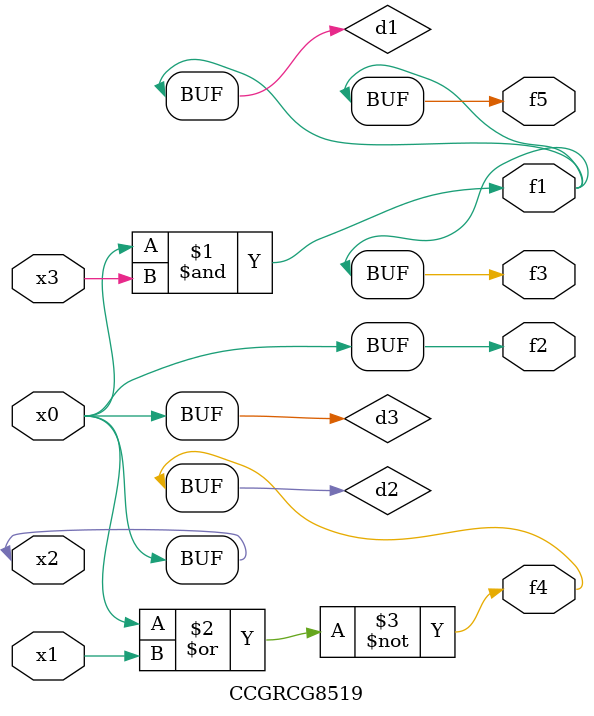
<source format=v>
module CCGRCG8519(
	input x0, x1, x2, x3,
	output f1, f2, f3, f4, f5
);

	wire d1, d2, d3;

	and (d1, x2, x3);
	nor (d2, x0, x1);
	buf (d3, x0, x2);
	assign f1 = d1;
	assign f2 = d3;
	assign f3 = d1;
	assign f4 = d2;
	assign f5 = d1;
endmodule

</source>
